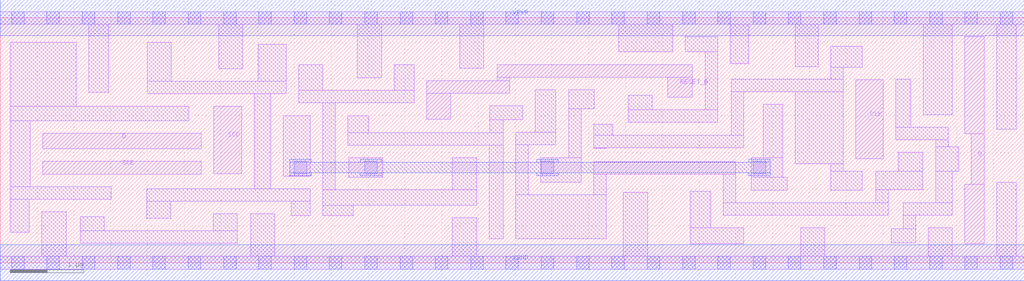
<source format=lef>
# Copyright 2020 The SkyWater PDK Authors
#
# Licensed under the Apache License, Version 2.0 (the "License");
# you may not use this file except in compliance with the License.
# You may obtain a copy of the License at
#
#     https://www.apache.org/licenses/LICENSE-2.0
#
# Unless required by applicable law or agreed to in writing, software
# distributed under the License is distributed on an "AS IS" BASIS,
# WITHOUT WARRANTIES OR CONDITIONS OF ANY KIND, either express or implied.
# See the License for the specific language governing permissions and
# limitations under the License.
#
# SPDX-License-Identifier: Apache-2.0

VERSION 5.7 ;
  NAMESCASESENSITIVE ON ;
  NOWIREEXTENSIONATPIN ON ;
  DIVIDERCHAR "/" ;
  BUSBITCHARS "[]" ;
UNITS
  DATABASE MICRONS 200 ;
END UNITS
MACRO sky130_fd_sc_lp__sdfrtp_2
  CLASS CORE ;
  SOURCE USER ;
  FOREIGN sky130_fd_sc_lp__sdfrtp_2 ;
  ORIGIN  0.000000  0.000000 ;
  SIZE  13.92000 BY  3.330000 ;
  SYMMETRY X Y R90 ;
  SITE unit ;
  PIN D
    ANTENNAGATEAREA  0.159000 ;
    DIRECTION INPUT ;
    USE SIGNAL ;
    PORT
      LAYER li1 ;
        RECT 0.575000 1.550000 2.735000 1.760000 ;
    END
  END D
  PIN Q
    ANTENNADIFFAREA  0.588000 ;
    DIRECTION OUTPUT ;
    USE SIGNAL ;
    PORT
      LAYER li1 ;
        RECT 13.115000 0.255000 13.375000 1.065000 ;
        RECT 13.115000 1.755000 13.375000 3.075000 ;
        RECT 13.200000 1.065000 13.375000 1.755000 ;
    END
  END Q
  PIN RESET_B
    ANTENNAGATEAREA  0.411000 ;
    DIRECTION INPUT ;
    USE SIGNAL ;
    PORT
      LAYER li1 ;
        RECT 5.795000 1.950000 6.125000 2.305000 ;
        RECT 5.795000 2.305000 6.925000 2.475000 ;
        RECT 6.755000 2.475000 6.925000 2.525000 ;
        RECT 6.755000 2.525000 9.405000 2.695000 ;
        RECT 9.075000 2.250000 9.405000 2.525000 ;
    END
  END RESET_B
  PIN SCD
    ANTENNAGATEAREA  0.159000 ;
    DIRECTION INPUT ;
    USE SIGNAL ;
    PORT
      LAYER li1 ;
        RECT 2.905000 1.210000 3.285000 2.130000 ;
    END
  END SCD
  PIN SCE
    ANTENNAGATEAREA  0.318000 ;
    DIRECTION INPUT ;
    USE SIGNAL ;
    PORT
      LAYER li1 ;
        RECT 0.575000 1.200000 2.735000 1.380000 ;
    END
  END SCE
  PIN CLK
    ANTENNAGATEAREA  0.315000 ;
    DIRECTION INPUT ;
    USE CLOCK ;
    PORT
      LAYER li1 ;
        RECT 11.630000 1.415000 12.005000 2.490000 ;
    END
  END CLK
  PIN VGND
    DIRECTION INOUT ;
    USE GROUND ;
    PORT
      LAYER met1 ;
        RECT 0.000000 -0.245000 13.920000 0.245000 ;
    END
  END VGND
  PIN VPWR
    DIRECTION INOUT ;
    USE POWER ;
    PORT
      LAYER met1 ;
        RECT 0.000000 3.085000 13.920000 3.575000 ;
    END
  END VPWR
  OBS
    LAYER li1 ;
      RECT  0.000000 -0.085000 13.920000 0.085000 ;
      RECT  0.000000  3.245000 13.920000 3.415000 ;
      RECT  0.135000  0.415000  0.395000 0.860000 ;
      RECT  0.135000  0.860000  1.510000 1.030000 ;
      RECT  0.135000  1.030000  0.405000 1.930000 ;
      RECT  0.135000  1.930000  2.560000 2.130000 ;
      RECT  0.135000  2.130000  1.035000 3.000000 ;
      RECT  0.565000  0.085000  0.895000 0.690000 ;
      RECT  1.085000  0.265000  3.225000 0.435000 ;
      RECT  1.085000  0.435000  1.415000 0.625000 ;
      RECT  1.205000  2.320000  1.475000 3.245000 ;
      RECT  1.990000  0.605000  2.320000 0.835000 ;
      RECT  1.990000  0.835000  4.215000 1.005000 ;
      RECT  1.995000  2.300000  3.885000 2.470000 ;
      RECT  1.995000  2.470000  2.325000 3.000000 ;
      RECT  2.895000  0.435000  3.225000 0.665000 ;
      RECT  2.970000  2.640000  3.300000 3.245000 ;
      RECT  3.405000  0.085000  3.735000 0.665000 ;
      RECT  3.455000  1.005000  3.680000 2.300000 ;
      RECT  3.510000  2.470000  3.885000 2.970000 ;
      RECT  3.850000  1.175000  4.215000 1.995000 ;
      RECT  3.955000  0.640000  4.215000 0.835000 ;
      RECT  4.055000  2.175000  5.625000 2.345000 ;
      RECT  4.055000  2.345000  4.385000 2.695000 ;
      RECT  4.385000  0.640000  4.800000 0.785000 ;
      RECT  4.385000  0.785000  6.475000 0.995000 ;
      RECT  4.385000  0.995000  4.555000 2.175000 ;
      RECT  4.725000  1.600000  6.835000 1.770000 ;
      RECT  4.725000  1.770000  5.010000 1.995000 ;
      RECT  4.735000  1.165000  5.200000 1.430000 ;
      RECT  4.855000  2.515000  5.185000 3.245000 ;
      RECT  5.355000  2.345000  5.625000 2.695000 ;
      RECT  6.145000  0.085000  6.475000 0.615000 ;
      RECT  6.145000  0.995000  6.475000 1.430000 ;
      RECT  6.245000  2.645000  6.575000 3.245000 ;
      RECT  6.645000  0.325000  6.835000 1.600000 ;
      RECT  6.655000  1.770000  6.835000 1.945000 ;
      RECT  6.655000  1.945000  7.100000 2.135000 ;
      RECT  7.005000  0.325000  8.235000 0.925000 ;
      RECT  7.005000  0.925000  7.175000 1.605000 ;
      RECT  7.005000  1.605000  7.555000 1.775000 ;
      RECT  7.270000  1.775000  7.555000 2.355000 ;
      RECT  7.345000  1.095000  7.895000 1.425000 ;
      RECT  7.725000  1.425000  7.895000 2.095000 ;
      RECT  7.725000  2.095000  8.075000 2.355000 ;
      RECT  8.065000  0.925000  8.235000 1.205000 ;
      RECT  8.065000  1.205000 10.000000 1.375000 ;
      RECT  8.065000  1.555000  8.245000 1.560000 ;
      RECT  8.065000  1.560000 10.105000 1.730000 ;
      RECT  8.065000  1.730000  8.325000 1.885000 ;
      RECT  8.410000  2.865000  9.140000 3.245000 ;
      RECT  8.470000  0.085000  8.800000 0.955000 ;
      RECT  8.535000  1.910000  9.755000 2.080000 ;
      RECT  8.535000  2.080000  8.865000 2.275000 ;
      RECT  9.310000  2.865000  9.755000 3.075000 ;
      RECT  9.380000  0.255000 10.110000 0.475000 ;
      RECT  9.380000  0.475000  9.660000 0.970000 ;
      RECT  9.585000  2.080000  9.755000 2.865000 ;
      RECT  9.830000  0.645000 12.070000 0.815000 ;
      RECT  9.830000  0.815000 10.000000 1.205000 ;
      RECT  9.925000  2.705000 10.175000 3.245000 ;
      RECT  9.935000  1.730000 10.105000 2.325000 ;
      RECT  9.935000  2.325000 11.460000 2.495000 ;
      RECT 10.210000  0.985000 10.700000 1.165000 ;
      RECT 10.210000  1.165000 10.635000 1.425000 ;
      RECT 10.375000  1.425000 10.635000 2.155000 ;
      RECT 10.805000  1.345000 11.460000 2.325000 ;
      RECT 10.805000  2.665000 11.120000 3.245000 ;
      RECT 10.880000  0.085000 11.210000 0.475000 ;
      RECT 11.290000  0.985000 11.720000 1.245000 ;
      RECT 11.290000  1.245000 11.460000 1.345000 ;
      RECT 11.290000  2.495000 11.460000 2.660000 ;
      RECT 11.290000  2.660000 11.720000 2.940000 ;
      RECT 11.900000  0.815000 12.070000 0.995000 ;
      RECT 11.900000  0.995000 12.540000 1.245000 ;
      RECT 12.115000  0.275000 12.445000 0.465000 ;
      RECT 12.175000  1.675000 12.890000 1.845000 ;
      RECT 12.175000  1.845000 12.375000 2.495000 ;
      RECT 12.210000  1.245000 12.540000 1.505000 ;
      RECT 12.275000  0.465000 12.445000 0.645000 ;
      RECT 12.275000  0.645000 12.945000 0.815000 ;
      RECT 12.545000  2.015000 12.945000 3.245000 ;
      RECT 12.615000  0.085000 12.945000 0.475000 ;
      RECT 12.720000  0.815000 12.945000 1.245000 ;
      RECT 12.720000  1.245000 13.030000 1.575000 ;
      RECT 12.720000  1.575000 12.890000 1.675000 ;
      RECT 13.545000  0.085000 13.815000 1.095000 ;
      RECT 13.545000  1.815000 13.815000 3.245000 ;
    LAYER mcon ;
      RECT  0.155000 -0.085000  0.325000 0.085000 ;
      RECT  0.155000  3.245000  0.325000 3.415000 ;
      RECT  0.635000 -0.085000  0.805000 0.085000 ;
      RECT  0.635000  3.245000  0.805000 3.415000 ;
      RECT  1.115000 -0.085000  1.285000 0.085000 ;
      RECT  1.115000  3.245000  1.285000 3.415000 ;
      RECT  1.595000 -0.085000  1.765000 0.085000 ;
      RECT  1.595000  3.245000  1.765000 3.415000 ;
      RECT  2.075000 -0.085000  2.245000 0.085000 ;
      RECT  2.075000  3.245000  2.245000 3.415000 ;
      RECT  2.555000 -0.085000  2.725000 0.085000 ;
      RECT  2.555000  3.245000  2.725000 3.415000 ;
      RECT  3.035000 -0.085000  3.205000 0.085000 ;
      RECT  3.035000  3.245000  3.205000 3.415000 ;
      RECT  3.515000 -0.085000  3.685000 0.085000 ;
      RECT  3.515000  3.245000  3.685000 3.415000 ;
      RECT  3.995000 -0.085000  4.165000 0.085000 ;
      RECT  3.995000  1.210000  4.165000 1.380000 ;
      RECT  3.995000  3.245000  4.165000 3.415000 ;
      RECT  4.475000 -0.085000  4.645000 0.085000 ;
      RECT  4.475000  3.245000  4.645000 3.415000 ;
      RECT  4.955000 -0.085000  5.125000 0.085000 ;
      RECT  4.955000  1.210000  5.125000 1.380000 ;
      RECT  4.955000  3.245000  5.125000 3.415000 ;
      RECT  5.435000 -0.085000  5.605000 0.085000 ;
      RECT  5.435000  3.245000  5.605000 3.415000 ;
      RECT  5.915000 -0.085000  6.085000 0.085000 ;
      RECT  5.915000  3.245000  6.085000 3.415000 ;
      RECT  6.395000 -0.085000  6.565000 0.085000 ;
      RECT  6.395000  3.245000  6.565000 3.415000 ;
      RECT  6.875000 -0.085000  7.045000 0.085000 ;
      RECT  6.875000  3.245000  7.045000 3.415000 ;
      RECT  7.355000 -0.085000  7.525000 0.085000 ;
      RECT  7.355000  1.210000  7.525000 1.380000 ;
      RECT  7.355000  3.245000  7.525000 3.415000 ;
      RECT  7.835000 -0.085000  8.005000 0.085000 ;
      RECT  7.835000  3.245000  8.005000 3.415000 ;
      RECT  8.315000 -0.085000  8.485000 0.085000 ;
      RECT  8.315000  3.245000  8.485000 3.415000 ;
      RECT  8.795000 -0.085000  8.965000 0.085000 ;
      RECT  8.795000  3.245000  8.965000 3.415000 ;
      RECT  9.275000 -0.085000  9.445000 0.085000 ;
      RECT  9.275000  3.245000  9.445000 3.415000 ;
      RECT  9.755000 -0.085000  9.925000 0.085000 ;
      RECT  9.755000  3.245000  9.925000 3.415000 ;
      RECT 10.235000 -0.085000 10.405000 0.085000 ;
      RECT 10.235000  1.210000 10.405000 1.380000 ;
      RECT 10.235000  3.245000 10.405000 3.415000 ;
      RECT 10.715000 -0.085000 10.885000 0.085000 ;
      RECT 10.715000  3.245000 10.885000 3.415000 ;
      RECT 11.195000 -0.085000 11.365000 0.085000 ;
      RECT 11.195000  3.245000 11.365000 3.415000 ;
      RECT 11.675000 -0.085000 11.845000 0.085000 ;
      RECT 11.675000  3.245000 11.845000 3.415000 ;
      RECT 12.155000 -0.085000 12.325000 0.085000 ;
      RECT 12.155000  3.245000 12.325000 3.415000 ;
      RECT 12.635000 -0.085000 12.805000 0.085000 ;
      RECT 12.635000  3.245000 12.805000 3.415000 ;
      RECT 13.115000 -0.085000 13.285000 0.085000 ;
      RECT 13.115000  3.245000 13.285000 3.415000 ;
      RECT 13.595000 -0.085000 13.765000 0.085000 ;
      RECT 13.595000  3.245000 13.765000 3.415000 ;
    LAYER met1 ;
      RECT  3.935000 1.180000  4.225000 1.225000 ;
      RECT  3.935000 1.225000 10.465000 1.365000 ;
      RECT  3.935000 1.365000  4.225000 1.410000 ;
      RECT  4.895000 1.180000  5.185000 1.225000 ;
      RECT  4.895000 1.365000  5.185000 1.410000 ;
      RECT  7.295000 1.180000  7.585000 1.225000 ;
      RECT  7.295000 1.365000  7.585000 1.410000 ;
      RECT 10.175000 1.180000 10.465000 1.225000 ;
      RECT 10.175000 1.365000 10.465000 1.410000 ;
  END
END sky130_fd_sc_lp__sdfrtp_2

</source>
